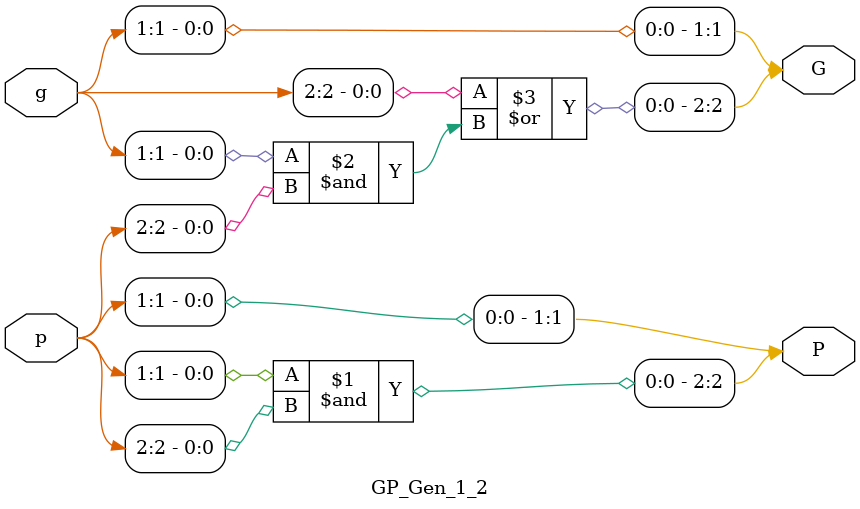
<source format=v>
module GP_Gen_1_2 #(
    parameter width=2
)(
    input wire [width:1] p,
    input wire [width:1] g,
    output wire [width:1] P,
    output wire [width:1] G
);
    assign P[1] = p[1];
    assign P[2] = p[1] & p[2];

    assign G[1] = g[1];
    assign G[2] = g[2] | (g[1] & p[2]);
endmodule

</source>
